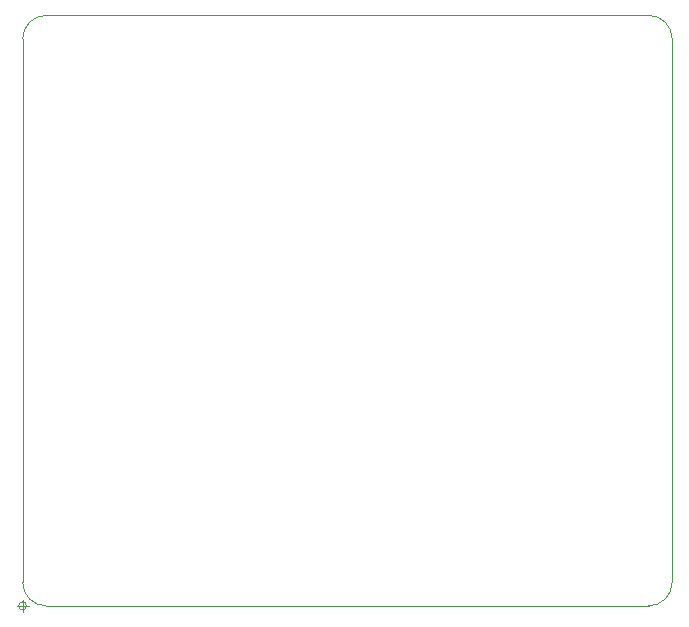
<source format=gm1>
G04 #@! TF.GenerationSoftware,KiCad,Pcbnew,(6.0.6)*
G04 #@! TF.CreationDate,2022-09-05T23:03:06+09:00*
G04 #@! TF.ProjectId,RP_MD,52505f4d-442e-46b6-9963-61645f706362,rev?*
G04 #@! TF.SameCoordinates,Original*
G04 #@! TF.FileFunction,Profile,NP*
%FSLAX46Y46*%
G04 Gerber Fmt 4.6, Leading zero omitted, Abs format (unit mm)*
G04 Created by KiCad (PCBNEW (6.0.6)) date 2022-09-05 23:03:06*
%MOMM*%
%LPD*%
G01*
G04 APERTURE LIST*
G04 #@! TA.AperFunction,Profile*
%ADD10C,0.050000*%
G04 #@! TD*
G04 APERTURE END LIST*
D10*
X111220000Y-50330000D02*
X162220000Y-50330000D01*
X162220000Y-100330000D02*
X111220000Y-100330000D01*
X109220000Y-98330000D02*
X109220000Y-52330000D01*
X109220000Y-98330000D02*
G75*
G03*
X111220000Y-100330000I2000000J0D01*
G01*
X162220000Y-100330000D02*
G75*
G03*
X164220000Y-98330000I0J2000000D01*
G01*
X111220000Y-50330000D02*
G75*
G03*
X109220000Y-52330000I0J-2000000D01*
G01*
X164220000Y-52330000D02*
G75*
G03*
X162220000Y-50330000I-2000000J0D01*
G01*
X164220000Y-52330000D02*
X164220000Y-98330000D01*
X109553333Y-100330000D02*
G75*
G03*
X109553333Y-100330000I-333333J0D01*
G01*
X108720000Y-100330000D02*
X109720000Y-100330000D01*
X109220000Y-99830000D02*
X109220000Y-100830000D01*
M02*

</source>
